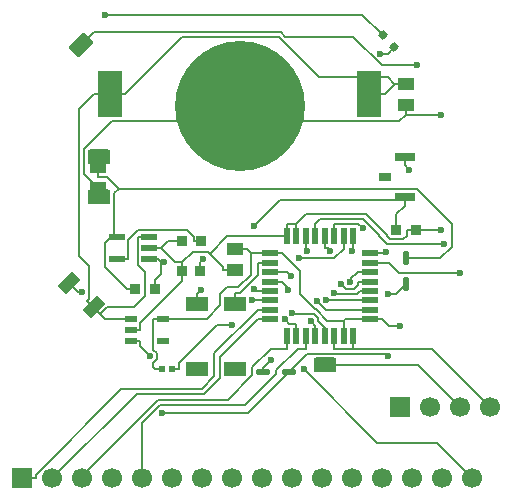
<source format=gbr>
%TF.GenerationSoftware,KiCad,Pcbnew,9.0.1*%
%TF.CreationDate,2025-05-24T12:43:53-07:00*%
%TF.ProjectId,TestWatch,54657374-5761-4746-9368-2e6b69636164,rev?*%
%TF.SameCoordinates,Original*%
%TF.FileFunction,Copper,L1,Top*%
%TF.FilePolarity,Positive*%
%FSLAX46Y46*%
G04 Gerber Fmt 4.6, Leading zero omitted, Abs format (unit mm)*
G04 Created by KiCad (PCBNEW 9.0.1) date 2025-05-24 12:43:53*
%MOMM*%
%LPD*%
G01*
G04 APERTURE LIST*
G04 Aperture macros list*
%AMRoundRect*
0 Rectangle with rounded corners*
0 $1 Rounding radius*
0 $2 $3 $4 $5 $6 $7 $8 $9 X,Y pos of 4 corners*
0 Add a 4 corners polygon primitive as box body*
4,1,4,$2,$3,$4,$5,$6,$7,$8,$9,$2,$3,0*
0 Add four circle primitives for the rounded corners*
1,1,$1+$1,$2,$3*
1,1,$1+$1,$4,$5*
1,1,$1+$1,$6,$7*
1,1,$1+$1,$8,$9*
0 Add four rect primitives between the rounded corners*
20,1,$1+$1,$2,$3,$4,$5,0*
20,1,$1+$1,$4,$5,$6,$7,0*
20,1,$1+$1,$6,$7,$8,$9,0*
20,1,$1+$1,$8,$9,$2,$3,0*%
%AMRotRect*
0 Rectangle, with rotation*
0 The origin of the aperture is its center*
0 $1 length*
0 $2 width*
0 $3 Rotation angle, in degrees counterclockwise*
0 Add horizontal line*
21,1,$1,$2,0,0,$3*%
G04 Aperture macros list end*
%TA.AperFunction,SMDPad,CuDef*%
%ADD10R,0.540000X0.600000*%
%TD*%
%TA.AperFunction,SMDPad,CuDef*%
%ADD11R,1.420000X1.080000*%
%TD*%
%TA.AperFunction,SMDPad,CuDef*%
%ADD12RoundRect,0.062500X0.542500X0.187500X-0.542500X0.187500X-0.542500X-0.187500X0.542500X-0.187500X0*%
%TD*%
%TA.AperFunction,SMDPad,CuDef*%
%ADD13RoundRect,0.150000X0.247487X0.035355X0.035355X0.247487X-0.247487X-0.035355X-0.035355X-0.247487X0*%
%TD*%
%TA.AperFunction,SMDPad,CuDef*%
%ADD14R,0.890000X0.930000*%
%TD*%
%TA.AperFunction,SMDPad,CuDef*%
%ADD15RotRect,0.970000X1.730000X135.000000*%
%TD*%
%TA.AperFunction,SMDPad,CuDef*%
%ADD16R,1.700000X0.800000*%
%TD*%
%TA.AperFunction,SMDPad,CuDef*%
%ADD17R,1.100000X0.800000*%
%TD*%
%TA.AperFunction,SMDPad,CuDef*%
%ADD18R,1.475000X0.600000*%
%TD*%
%TA.AperFunction,SMDPad,CuDef*%
%ADD19R,0.600000X1.475000*%
%TD*%
%TA.AperFunction,SMDPad,CuDef*%
%ADD20RoundRect,0.190500X-0.762000X-0.444500X0.762000X-0.444500X0.762000X0.444500X-0.762000X0.444500X0*%
%TD*%
%TA.AperFunction,SMDPad,CuDef*%
%ADD21R,1.900000X1.300000*%
%TD*%
%TA.AperFunction,SMDPad,CuDef*%
%ADD22R,0.900000X0.970000*%
%TD*%
%TA.AperFunction,SMDPad,CuDef*%
%ADD23RoundRect,0.062500X0.187500X-0.542500X0.187500X0.542500X-0.187500X0.542500X-0.187500X-0.542500X0*%
%TD*%
%TA.AperFunction,ComponentPad*%
%ADD24R,1.700000X1.700000*%
%TD*%
%TA.AperFunction,ComponentPad*%
%ADD25C,1.700000*%
%TD*%
%TA.AperFunction,SMDPad,CuDef*%
%ADD26R,0.977900X0.508000*%
%TD*%
%TA.AperFunction,SMDPad,CuDef*%
%ADD27C,11.000000*%
%TD*%
%TA.AperFunction,SMDPad,CuDef*%
%ADD28R,2.000000X4.000000*%
%TD*%
%TA.AperFunction,SMDPad,CuDef*%
%ADD29R,1.320800X0.558800*%
%TD*%
%TA.AperFunction,SMDPad,CuDef*%
%ADD30RoundRect,0.190500X-0.224506X-0.853124X0.853124X0.224506X0.224506X0.853124X-0.853124X-0.224506X0*%
%TD*%
%TA.AperFunction,ViaPad*%
%ADD31C,0.600000*%
%TD*%
%TA.AperFunction,Conductor*%
%ADD32C,0.200000*%
%TD*%
G04 APERTURE END LIST*
D10*
%TO.P,R6,1*%
%TO.N,Net-(STM1-PG10-NRST)*%
X193199800Y-106793700D03*
%TO.P,R6,2*%
%TO.N,STM_POW*%
X192335800Y-106793700D03*
%TD*%
D11*
%TO.P,C3,1*%
%TO.N,Net-(CHG1-VBAT)*%
X213000000Y-82604999D03*
%TO.P,C3,2*%
%TO.N,GNDREF*%
X213000000Y-84395001D03*
%TD*%
D12*
%TO.P,D2,C*%
%TO.N,Net-(U1-EN)*%
X203105000Y-107000000D03*
%TO.P,D2,A*%
%TO.N,Net-(STM1-PB3)*%
X200895000Y-107000000D03*
%TD*%
D13*
%TO.P,D3,2,A*%
%TO.N,Net-(D3-A)*%
X211994975Y-79494975D03*
%TO.P,D3,1,K*%
%TO.N,Net-(CHG1-STAT)*%
X211005025Y-78505025D03*
%TD*%
D14*
%TO.P,R5,2*%
%TO.N,USB + *%
X190086000Y-100000000D03*
%TO.P,R5,1*%
%TO.N,Net-(CHG1-STAT)*%
X191714000Y-100000000D03*
%TD*%
D15*
%TO.P,R3,2*%
%TO.N,Net-(STM1-PA1)*%
X184453482Y-99453482D03*
%TO.P,R3,1*%
%TO.N,Net-(CHG1-VBAT)*%
X186546518Y-101546518D03*
%TD*%
D14*
%TO.P,R1,1*%
%TO.N,Net-(CHG1-PROG)*%
X195631600Y-95950000D03*
%TO.P,R1,2*%
%TO.N,GNDREF*%
X194003600Y-95950000D03*
%TD*%
D11*
%TO.P,C2,1*%
%TO.N,STM_POW*%
X198500000Y-96604999D03*
%TO.P,C2,2*%
%TO.N,GNDREF*%
X198500000Y-98395001D03*
%TD*%
D16*
%TO.P,BUTT1,1,1*%
%TO.N,Net-(STM1-PA0)*%
X212900000Y-92224001D03*
%TO.P,BUTT1,2,2*%
%TO.N,STM_POW*%
X212900000Y-88823999D03*
D17*
%TO.P,BUTT1,3,3*%
%TO.N,unconnected-(BUTT1-Pad3)*%
X211250000Y-90524000D03*
%TD*%
D18*
%TO.P,STM1,1,VDD_1*%
%TO.N,STM_POW*%
X201462000Y-96962000D03*
%TO.P,STM1,2,PF0-OSC_IN*%
%TO.N,Net-(STM1-PF0-OSC_IN)*%
X201462000Y-97762000D03*
%TO.P,STM1,3,PF1-OSC_OUT*%
%TO.N,Net-(STM1-PF1-OSC_OUT)*%
X201462000Y-98562000D03*
%TO.P,STM1,4,PG10-NRST*%
%TO.N,Net-(STM1-PG10-NRST)*%
X201462000Y-99362000D03*
%TO.P,STM1,5,PA0*%
%TO.N,Net-(STM1-PA0)*%
X201462000Y-100162000D03*
%TO.P,STM1,6,PA1*%
%TO.N,Net-(STM1-PA1)*%
X201462000Y-100962000D03*
%TO.P,STM1,7,PA2*%
%TO.N,A*%
X201462000Y-101762000D03*
%TO.P,STM1,8,PA3*%
%TO.N,B*%
X201462000Y-102562000D03*
D19*
%TO.P,STM1,9,PA4*%
%TO.N,C*%
X202900000Y-104000000D03*
%TO.P,STM1,10,PA5*%
%TO.N,D*%
X203700000Y-104000000D03*
%TO.P,STM1,11,PA6*%
%TO.N,E*%
X204500000Y-104000000D03*
%TO.P,STM1,12,PA7*%
%TO.N,F*%
X205300000Y-104000000D03*
%TO.P,STM1,13,PB0*%
%TO.N,G*%
X206100000Y-104000000D03*
%TO.P,STM1,14,VSSA*%
%TO.N,GNDREF*%
X206900000Y-104000000D03*
%TO.P,STM1,15,VDDA*%
%TO.N,STM_POW*%
X207700000Y-104000000D03*
%TO.P,STM1,16,VSS_1*%
%TO.N,GNDREF*%
X208500000Y-104000000D03*
D18*
%TO.P,STM1,17,VDD_2*%
%TO.N,STM_POW*%
X209938000Y-102562000D03*
%TO.P,STM1,18,PA8*%
%TO.N,H*%
X209938000Y-101762000D03*
%TO.P,STM1,19,PA9*%
%TO.N,I*%
X209938000Y-100962000D03*
%TO.P,STM1,20,PA10*%
%TO.N,J*%
X209938000Y-100162000D03*
%TO.P,STM1,21,PA11*%
%TO.N,K*%
X209938000Y-99362000D03*
%TO.P,STM1,22,PA12*%
%TO.N,L*%
X209938000Y-98562000D03*
%TO.P,STM1,23,PA13*%
%TO.N,Net-(J2-Pin_3)*%
X209938000Y-97762000D03*
%TO.P,STM1,24,PA14*%
%TO.N,Net-(J2-Pin_2)*%
X209938000Y-96962000D03*
D19*
%TO.P,STM1,25,PA15*%
%TO.N,M*%
X208500000Y-95524000D03*
%TO.P,STM1,26,PB3*%
%TO.N,Net-(STM1-PB3)*%
X207700000Y-95524000D03*
%TO.P,STM1,27,PB4*%
%TO.N,Net-(D3-A)*%
X206900000Y-95524000D03*
%TO.P,STM1,28,PB5*%
%TO.N,N*%
X206100000Y-95524000D03*
%TO.P,STM1,29,PB6*%
%TO.N,O*%
X205300000Y-95524000D03*
%TO.P,STM1,30,PB7*%
%TO.N,P*%
X204500000Y-95524000D03*
%TO.P,STM1,31,PB8-BOOT0*%
%TO.N,GNDREF*%
X203700000Y-95524000D03*
%TO.P,STM1,32,VSS_2*%
X202900000Y-95524000D03*
%TD*%
D20*
%TO.P,POGO1,1,USB_+*%
%TO.N,USB + *%
X187000000Y-88824000D03*
%TO.P,POGO1,2,USB_-*%
%TO.N,GNDREF*%
X187000000Y-92224000D03*
%TD*%
D21*
%TO.P,OSC1,1*%
%TO.N,Net-(STM1-PF1-OSC_OUT)*%
X195300000Y-101274000D03*
%TO.P,OSC1,2,NC_2*%
%TO.N,unconnected-(OSC1-NC_2-Pad2)*%
X195300000Y-106774000D03*
%TO.P,OSC1,3,NC_1*%
%TO.N,unconnected-(OSC1-NC_1-Pad3)*%
X198500000Y-106774000D03*
%TO.P,OSC1,4*%
%TO.N,Net-(STM1-PF0-OSC_IN)*%
X198500000Y-101274000D03*
%TD*%
D22*
%TO.P,R4,1*%
%TO.N,Net-(STM1-PA1)*%
X195577600Y-98500000D03*
%TO.P,R4,2*%
%TO.N,GNDREF*%
X194057600Y-98500000D03*
%TD*%
D23*
%TO.P,D1,A*%
%TO.N,USB + *%
X213000000Y-97395000D03*
%TO.P,D1,C*%
%TO.N,Net-(U1-EN)*%
X213000000Y-99605000D03*
%TD*%
D11*
%TO.P,C1,1*%
%TO.N,USB + *%
X186900000Y-89628999D03*
%TO.P,C1,2*%
%TO.N,GNDREF*%
X186900000Y-91419001D03*
%TD*%
D24*
%TO.P,J1,1,Pin_1*%
%TO.N,A*%
X180500000Y-116000000D03*
D25*
%TO.P,J1,2,Pin_2*%
%TO.N,B*%
X183040000Y-116000000D03*
%TO.P,J1,3,Pin_3*%
%TO.N,C*%
X185579999Y-116000000D03*
%TO.P,J1,4,Pin_4*%
%TO.N,D*%
X188120000Y-116000000D03*
%TO.P,J1,5,Pin_5*%
%TO.N,E*%
X190660000Y-116000000D03*
%TO.P,J1,6,Pin_6*%
%TO.N,F*%
X193200000Y-116000000D03*
%TO.P,J1,7,Pin_7*%
%TO.N,G*%
X195740000Y-116000000D03*
%TO.P,J1,8,Pin_8*%
%TO.N,H*%
X198280001Y-116000000D03*
%TO.P,J1,9,Pin_9*%
%TO.N,I*%
X200820000Y-116000000D03*
%TO.P,J1,10,Pin_10*%
%TO.N,J*%
X203360000Y-116000000D03*
%TO.P,J1,11,Pin_11*%
%TO.N,K*%
X205900000Y-116000000D03*
%TO.P,J1,12,Pin_12*%
%TO.N,L*%
X208439999Y-116000000D03*
%TO.P,J1,13,Pin_13*%
%TO.N,M*%
X210980000Y-116000000D03*
%TO.P,J1,14,Pin_14*%
%TO.N,N*%
X213520000Y-116000000D03*
%TO.P,J1,15,Pin_15*%
%TO.N,O*%
X216060000Y-116000000D03*
%TO.P,J1,16,Pin_16*%
%TO.N,P*%
X218599999Y-116000000D03*
%TD*%
D26*
%TO.P,U1,1,IN*%
%TO.N,Net-(CHG1-VBAT)*%
X189669550Y-102499999D03*
%TO.P,U1,2,GND*%
%TO.N,GNDREF*%
X189669550Y-103450000D03*
%TO.P,U1,3,EN*%
%TO.N,Net-(U1-EN)*%
X189669550Y-104400001D03*
%TO.P,U1,4,NC*%
%TO.N,unconnected-(U1-NC-Pad4)*%
X192400050Y-104400001D03*
%TO.P,U1,5,OUT*%
%TO.N,STM_POW*%
X192400050Y-102499999D03*
%TD*%
D14*
%TO.P,R2,1*%
%TO.N,Net-(STM1-PA0)*%
X212186000Y-95000000D03*
%TO.P,R2,2*%
%TO.N,GNDREF*%
X213814000Y-95000000D03*
%TD*%
D27*
%TO.P,BT1,N*%
%TO.N,GNDREF*%
X198900000Y-84500000D03*
D28*
%TO.P,BT1,P*%
%TO.N,Net-(CHG1-VBAT)*%
X187900000Y-83500000D03*
X209900000Y-83500000D03*
%TD*%
D24*
%TO.P,J2,1,Pin_1*%
%TO.N,STM_POW*%
X212500000Y-110000000D03*
D25*
%TO.P,J2,2,Pin_2*%
%TO.N,Net-(J2-Pin_2)*%
X215040000Y-110000000D03*
%TO.P,J2,3,Pin_3*%
%TO.N,Net-(J2-Pin_3)*%
X217579999Y-110000000D03*
%TO.P,J2,4,Pin_4*%
%TO.N,GNDREF*%
X220120000Y-110000000D03*
%TD*%
D29*
%TO.P,CHG1,1,STAT*%
%TO.N,Net-(CHG1-STAT)*%
X191271600Y-97486500D03*
%TO.P,CHG1,2,VSS*%
%TO.N,GNDREF*%
X191271600Y-96546700D03*
%TO.P,CHG1,3,VBAT*%
%TO.N,Net-(CHG1-VBAT)*%
X191271600Y-95606900D03*
%TO.P,CHG1,4,VDD*%
%TO.N,USB + *%
X188528400Y-95606900D03*
%TO.P,CHG1,5,PROG*%
%TO.N,Net-(CHG1-PROG)*%
X188528400Y-97486500D03*
%TD*%
D30*
%TO.P,P14,1,1*%
%TO.N,Net-(J2-Pin_2)*%
X185499953Y-79366440D03*
%TD*%
D20*
%TO.P,P13,1,1*%
%TO.N,Net-(J2-Pin_3)*%
X206148800Y-106442500D03*
%TD*%
D31*
%TO.N,Net-(STM1-PG10-NRST)*%
X203013500Y-100064200D03*
X198280600Y-103033400D03*
%TO.N,Net-(D3-A)*%
X209311300Y-94858400D03*
X210798500Y-80057000D03*
%TO.N,GNDREF*%
X215914600Y-95000000D03*
X215914600Y-85236700D03*
%TO.N,Net-(J2-Pin_3)*%
X217580000Y-98641500D03*
%TO.N,Net-(J2-Pin_2)*%
X211333100Y-96820600D03*
X213880300Y-81048200D03*
%TO.N,Net-(STM1-PA1)*%
X195765800Y-97489200D03*
X199986200Y-100962000D03*
X185551100Y-100235500D03*
%TO.N,Net-(STM1-PB3)*%
X203964800Y-97397400D03*
X201577000Y-106012600D03*
%TO.N,Net-(STM1-PF1-OSC_OUT)*%
X195622500Y-100115000D03*
X203280600Y-98925100D03*
%TO.N,Net-(CHG1-STAT)*%
X192500100Y-97727000D03*
X187493500Y-76781500D03*
%TO.N,STM_POW*%
X212500000Y-103152000D03*
X213271000Y-89896700D03*
%TO.N,Net-(STM1-PA0)*%
X200101400Y-99998700D03*
X200101400Y-94685000D03*
%TO.N,P*%
X204324200Y-106789000D03*
X204577300Y-96786300D03*
%TO.N,I*%
X206256700Y-100962000D03*
%TO.N,K*%
X207449400Y-99581800D03*
%TO.N,M*%
X208453900Y-96803700D03*
%TO.N,G*%
X203334500Y-102028500D03*
%TO.N,J*%
X206858500Y-100339500D03*
%TO.N,L*%
X208279400Y-99372600D03*
%TO.N,H*%
X205440400Y-101002200D03*
%TO.N,D*%
X202727000Y-102571100D03*
%TO.N,O*%
X216218500Y-96218700D03*
%TO.N,N*%
X206589400Y-96784400D03*
%TO.N,F*%
X204925900Y-102739800D03*
%TO.N,Net-(U1-EN)*%
X191313800Y-105687000D03*
X192351300Y-110528000D03*
X211434500Y-105665800D03*
X211434500Y-100451600D03*
%TD*%
D32*
%TO.N,Net-(STM1-PG10-NRST)*%
X193199800Y-106793700D02*
X193771500Y-106793700D01*
X196960100Y-103033400D02*
X198280600Y-103033400D01*
X193771500Y-106222000D02*
X196960100Y-103033400D01*
X193771500Y-106793700D02*
X193771500Y-106222000D01*
X201462000Y-99362000D02*
X202501200Y-99362000D01*
X203013500Y-99874300D02*
X203013500Y-100064200D01*
X202501200Y-99362000D02*
X203013500Y-99874300D01*
%TO.N,Net-(D3-A)*%
X211433000Y-80057000D02*
X211995000Y-79495000D01*
X210798500Y-80057000D02*
X211433000Y-80057000D01*
X208937700Y-94484800D02*
X209311300Y-94858400D01*
X206900000Y-94484800D02*
X208937700Y-94484800D01*
X206900000Y-95524000D02*
X206900000Y-94484800D01*
%TO.N,GNDREF*%
X192830400Y-95950000D02*
X194003600Y-95950000D01*
X192233700Y-96546700D02*
X192830400Y-95950000D01*
X191271600Y-96546700D02*
X192233700Y-96546700D01*
X213000000Y-84395000D02*
X213000000Y-85236700D01*
X193400300Y-97713300D02*
X192233700Y-96546700D01*
X194057600Y-97713300D02*
X193400300Y-97713300D01*
X206900000Y-104000000D02*
X206900000Y-105039200D01*
X208500000Y-104000000D02*
X208500000Y-105039200D01*
X202900000Y-95524000D02*
X202900000Y-94484800D01*
X203700000Y-95524000D02*
X203700000Y-94484800D01*
X194057600Y-97814100D02*
X194057600Y-97714800D01*
X194057600Y-98157000D02*
X194057600Y-97814100D01*
X194057600Y-98157000D02*
X194057600Y-98500000D01*
X189669600Y-103450000D02*
X190460300Y-103450000D01*
X202900000Y-94484800D02*
X203700000Y-94484800D01*
X194057600Y-97714800D02*
X194057600Y-97713300D01*
X185708300Y-90227300D02*
X186900000Y-91419000D01*
X185708300Y-88159300D02*
X185708300Y-90227300D01*
X188063300Y-85804300D02*
X185708300Y-88159300D01*
X204362400Y-85804300D02*
X188063300Y-85804300D01*
X200204300Y-85804300D02*
X204362400Y-85804300D01*
X198900000Y-84500000D02*
X200204300Y-85804300D01*
X212432400Y-85804300D02*
X213000000Y-85236700D01*
X204362400Y-85804300D02*
X212432400Y-85804300D01*
X186900000Y-92124000D02*
X187000000Y-92224000D01*
X186900000Y-91419000D02*
X186900000Y-92124000D01*
X206900000Y-105039200D02*
X208500000Y-105039200D01*
X215159200Y-105039200D02*
X220120000Y-110000000D01*
X208500000Y-105039200D02*
X215159200Y-105039200D01*
X198500000Y-98395000D02*
X197488300Y-98395000D01*
X213457000Y-95000000D02*
X213067300Y-95000000D01*
X213457000Y-95000000D02*
X213814000Y-95000000D01*
X213814000Y-95000000D02*
X215914600Y-95000000D01*
X197852400Y-95524000D02*
X196366600Y-97009800D01*
X202900000Y-95524000D02*
X197852400Y-95524000D01*
X197488300Y-98131600D02*
X196366600Y-97009800D01*
X197488300Y-98395000D02*
X197488300Y-98131600D01*
X194916900Y-96854000D02*
X194057600Y-97713300D01*
X196210700Y-96854000D02*
X194916900Y-96854000D01*
X196366600Y-97009800D02*
X196210700Y-96854000D01*
X190460300Y-102892400D02*
X190460300Y-103450000D01*
X194057600Y-99295100D02*
X190460300Y-102892400D01*
X194057600Y-98500000D02*
X194057600Y-99295100D01*
X213067300Y-95466700D02*
X213067300Y-95000000D01*
X212736200Y-95797800D02*
X213067300Y-95466700D01*
X211632300Y-95797800D02*
X212736200Y-95797800D01*
X211349700Y-95515200D02*
X211632300Y-95797800D01*
X211349700Y-95429900D02*
X211349700Y-95515200D01*
X209596700Y-93676900D02*
X211349700Y-95429900D01*
X204507900Y-93676900D02*
X209596700Y-93676900D01*
X203700000Y-94484800D02*
X204507900Y-93676900D01*
X213000000Y-85236700D02*
X215914600Y-85236700D01*
%TO.N,Net-(J2-Pin_3)*%
X214022500Y-106442500D02*
X217580000Y-110000000D01*
X206148800Y-106442500D02*
X214022500Y-106442500D01*
X212412000Y-98641500D02*
X217580000Y-98641500D01*
X211532500Y-97762000D02*
X212412000Y-98641500D01*
X209938000Y-97762000D02*
X211532500Y-97762000D01*
%TO.N,Net-(J2-Pin_2)*%
X209938000Y-96962000D02*
X210977200Y-96962000D01*
X211118600Y-96820600D02*
X211333100Y-96820600D01*
X210977200Y-96962000D02*
X211118600Y-96820600D01*
X210931300Y-81048200D02*
X213880300Y-81048200D01*
X208502300Y-78619200D02*
X210931300Y-81048200D01*
X202765800Y-78619200D02*
X208502300Y-78619200D01*
X202765800Y-78619100D02*
X202765800Y-78619200D01*
X202400600Y-78253900D02*
X202765800Y-78619100D01*
X186612500Y-78253900D02*
X202400600Y-78253900D01*
X185500000Y-79366400D02*
X186612500Y-78253900D01*
%TO.N,Net-(STM1-PA1)*%
X201462000Y-100962000D02*
X199986200Y-100962000D01*
X195765800Y-97525100D02*
X195765800Y-97489200D01*
X195577600Y-97713300D02*
X195765800Y-97525100D01*
X195577600Y-98500000D02*
X195577600Y-97713300D01*
X185235500Y-100235500D02*
X184453500Y-99453500D01*
X185551100Y-100235500D02*
X185235500Y-100235500D01*
%TO.N,Net-(STM1-PB3)*%
X200895000Y-106694600D02*
X200895000Y-107000000D01*
X201577000Y-106012600D02*
X200895000Y-106694600D01*
X206896000Y-97397400D02*
X203964800Y-97397400D01*
X207700000Y-96593400D02*
X206896000Y-97397400D01*
X207700000Y-95524000D02*
X207700000Y-96593400D01*
%TO.N,Net-(STM1-PF1-OSC_OUT)*%
X201462000Y-98562000D02*
X202501200Y-98562000D01*
X195415200Y-100322300D02*
X195622500Y-100115000D01*
X195300000Y-100322300D02*
X195415200Y-100322300D01*
X195300000Y-101274000D02*
X195300000Y-100322300D01*
X202917500Y-98562000D02*
X203280600Y-98925100D01*
X202501200Y-98562000D02*
X202917500Y-98562000D01*
%TO.N,Net-(CHG1-STAT)*%
X191714000Y-100000000D02*
X191714000Y-99233300D01*
X191752700Y-97486500D02*
X191271600Y-97486500D01*
X191752700Y-97486500D02*
X191993200Y-97486500D01*
X192233700Y-98713600D02*
X191714000Y-99233300D01*
X192233700Y-97727000D02*
X192233700Y-98713600D01*
X191993200Y-97486500D02*
X192233700Y-97727000D01*
X209281500Y-76781500D02*
X211005000Y-78505000D01*
X187493500Y-76781500D02*
X209281500Y-76781500D01*
X192233700Y-97727000D02*
X192500100Y-97727000D01*
%TO.N,Net-(STM1-PF0-OSC_IN)*%
X200422800Y-98807900D02*
X200422800Y-97762000D01*
X198908400Y-100322300D02*
X200422800Y-98807900D01*
X198500000Y-100322300D02*
X198908400Y-100322300D01*
X198500000Y-101274000D02*
X198500000Y-100322300D01*
X201462000Y-97762000D02*
X200422800Y-97762000D01*
%TO.N,STM_POW*%
X207700000Y-104000000D02*
X207700000Y-102960800D01*
X207700000Y-102669700D02*
X207700000Y-102960800D01*
X207807700Y-102562000D02*
X207700000Y-102669700D01*
X209938000Y-102562000D02*
X207807700Y-102562000D01*
X201981000Y-96962000D02*
X202501200Y-96962000D01*
X201981000Y-96962000D02*
X201462000Y-96962000D01*
X192335800Y-106793700D02*
X191764100Y-106793700D01*
X192400100Y-102500000D02*
X191609500Y-102500000D01*
X209938000Y-102562000D02*
X210977200Y-102562000D01*
X212900000Y-88824000D02*
X212900000Y-89525700D01*
X213271000Y-89896700D02*
X212900000Y-89525700D01*
X198905000Y-96605000D02*
X199511700Y-96605000D01*
X198905000Y-96605000D02*
X198500000Y-96605000D01*
X191609500Y-105131800D02*
X191609500Y-102500000D01*
X191915500Y-105437800D02*
X191609500Y-105131800D01*
X191915500Y-105936200D02*
X191915500Y-105437800D01*
X191609500Y-106242200D02*
X191915500Y-105936200D01*
X191609500Y-106639100D02*
X191609500Y-106242200D01*
X191764100Y-106793700D02*
X191609500Y-106639100D01*
X211567200Y-103152000D02*
X212500000Y-103152000D01*
X210977200Y-102562000D02*
X211567200Y-103152000D01*
X201462000Y-96962000D02*
X199868700Y-96962000D01*
X199868700Y-96962000D02*
X199511700Y-96605000D01*
X196125100Y-102500000D02*
X192400100Y-102500000D01*
X197243200Y-101381900D02*
X196125100Y-102500000D01*
X197243200Y-100420900D02*
X197243200Y-101381900D01*
X197819700Y-99844400D02*
X197243200Y-100420900D01*
X198807400Y-99844400D02*
X197819700Y-99844400D01*
X199868700Y-98783100D02*
X198807400Y-99844400D01*
X199868700Y-96962000D02*
X199868700Y-98783100D01*
X203981900Y-98442700D02*
X202501200Y-96962000D01*
X203981900Y-100394500D02*
X203981900Y-98442700D01*
X205292200Y-101704800D02*
X203981900Y-100394500D01*
X205341400Y-101704800D02*
X205292200Y-101704800D01*
X206306300Y-102669700D02*
X205341400Y-101704800D01*
X207700000Y-102669700D02*
X206306300Y-102669700D01*
%TO.N,USB + *%
X186900000Y-89629000D02*
X186900000Y-90470700D01*
X186900000Y-88924000D02*
X186900000Y-89629000D01*
X187000000Y-88824000D02*
X186900000Y-88924000D01*
X187511700Y-98172400D02*
X189339300Y-100000000D01*
X187511700Y-96142600D02*
X187511700Y-98172400D01*
X188047400Y-95606900D02*
X187511700Y-96142600D01*
X190086000Y-100000000D02*
X189339300Y-100000000D01*
X188528400Y-95606900D02*
X188287900Y-95606900D01*
X188287900Y-95606900D02*
X188047400Y-95606900D01*
X188287900Y-91850900D02*
X188652300Y-91486500D01*
X188287900Y-95606900D02*
X188287900Y-91850900D01*
X213889500Y-91486500D02*
X188652300Y-91486500D01*
X216873200Y-94470200D02*
X213889500Y-91486500D01*
X216873200Y-96416500D02*
X216873200Y-94470200D01*
X215894700Y-97395000D02*
X216873200Y-96416500D01*
X213000000Y-97395000D02*
X215894700Y-97395000D01*
X187636500Y-90470700D02*
X186900000Y-90470700D01*
X188652300Y-91486500D02*
X187636500Y-90470700D01*
%TO.N,Net-(STM1-PA0)*%
X212186000Y-95000000D02*
X212186000Y-94233300D01*
X212186000Y-93639700D02*
X212900000Y-92925700D01*
X212186000Y-94233300D02*
X212186000Y-93639700D01*
X212900000Y-92224000D02*
X212900000Y-92440100D01*
X212900000Y-92440100D02*
X212900000Y-92925700D01*
X202346300Y-92440100D02*
X200101400Y-94685000D01*
X212900000Y-92440100D02*
X202346300Y-92440100D01*
X200264700Y-100162000D02*
X200101400Y-99998700D01*
X201462000Y-100162000D02*
X200264700Y-100162000D01*
%TO.N,Net-(CHG1-PROG)*%
X188528400Y-97486500D02*
X189490500Y-97486500D01*
X195631600Y-95950000D02*
X195051200Y-95950000D01*
X195051200Y-95614600D02*
X195051200Y-95950000D01*
X194440700Y-95004100D02*
X195051200Y-95614600D01*
X190319000Y-95004100D02*
X194440700Y-95004100D01*
X189490500Y-95832600D02*
X190319000Y-95004100D01*
X189490500Y-97486500D02*
X189490500Y-95832600D01*
%TO.N,P*%
X204500000Y-96709000D02*
X204577300Y-96786300D01*
X204500000Y-95524000D02*
X204500000Y-96709000D01*
X210557200Y-113022000D02*
X204324200Y-106789000D01*
X215622000Y-113022000D02*
X210557200Y-113022000D01*
X218600000Y-116000000D02*
X215622000Y-113022000D01*
%TO.N,I*%
X206256700Y-100962000D02*
X209938000Y-100962000D01*
%TO.N,K*%
X208898800Y-99660900D02*
X208898800Y-99362000D01*
X208557500Y-100002200D02*
X208898800Y-99660900D01*
X207869800Y-100002200D02*
X208557500Y-100002200D01*
X207449400Y-99581800D02*
X207869800Y-100002200D01*
X209938000Y-99362000D02*
X208898800Y-99362000D01*
%TO.N,M*%
X208500000Y-96757600D02*
X208453900Y-96803700D01*
X208500000Y-95524000D02*
X208500000Y-96757600D01*
%TO.N,G*%
X203412500Y-102106500D02*
X203334500Y-102028500D01*
X205175100Y-102106500D02*
X203412500Y-102106500D01*
X205527600Y-102459000D02*
X205175100Y-102106500D01*
X205527600Y-102694900D02*
X205527600Y-102459000D01*
X206100000Y-103267300D02*
X205527600Y-102694900D01*
X206100000Y-104000000D02*
X206100000Y-103267300D01*
%TO.N,C*%
X202900000Y-104000000D02*
X202900000Y-105039200D01*
X185580000Y-115787000D02*
X185580000Y-116000000D01*
X191955300Y-109411700D02*
X185580000Y-115787000D01*
X197891900Y-109411700D02*
X191955300Y-109411700D01*
X199987800Y-107315800D02*
X197891900Y-109411700D01*
X199987800Y-106615100D02*
X199987800Y-107315800D01*
X201563700Y-105039200D02*
X199987800Y-106615100D01*
X202900000Y-105039200D02*
X201563700Y-105039200D01*
%TO.N,J*%
X206932100Y-100413100D02*
X206858500Y-100339500D01*
X208814800Y-100413100D02*
X206932100Y-100413100D01*
X209065900Y-100162000D02*
X208814800Y-100413100D01*
X209938000Y-100162000D02*
X209065900Y-100162000D01*
%TO.N,L*%
X209938000Y-98562000D02*
X208898800Y-98562000D01*
X208279400Y-99181400D02*
X208279400Y-99372600D01*
X208898800Y-98562000D02*
X208279400Y-99181400D01*
%TO.N,H*%
X206200200Y-101762000D02*
X209938000Y-101762000D01*
X205440400Y-101002200D02*
X206200200Y-101762000D01*
%TO.N,E*%
X190660000Y-111344100D02*
X190660000Y-116000000D01*
X192190700Y-109813400D02*
X190660000Y-111344100D01*
X199368500Y-109813400D02*
X192190700Y-109813400D01*
X201965100Y-107216800D02*
X199368500Y-109813400D01*
X201965100Y-106883300D02*
X201965100Y-107216800D01*
X203809200Y-105039200D02*
X201965100Y-106883300D01*
X204500000Y-105039200D02*
X203809200Y-105039200D01*
X204500000Y-104000000D02*
X204500000Y-105039200D01*
%TO.N,D*%
X203700000Y-104000000D02*
X203700000Y-102960800D01*
X203116700Y-102960800D02*
X202727000Y-102571100D01*
X203700000Y-102960800D02*
X203116700Y-102960800D01*
%TO.N,O*%
X205300000Y-95524000D02*
X205300000Y-94484800D01*
X205701700Y-94083100D02*
X205300000Y-94484800D01*
X209386900Y-94083100D02*
X205701700Y-94083100D01*
X210734800Y-95431000D02*
X209386900Y-94083100D01*
X210734800Y-95534500D02*
X210734800Y-95431000D01*
X211419000Y-96218700D02*
X210734800Y-95534500D01*
X216218500Y-96218700D02*
X211419000Y-96218700D01*
%TO.N,N*%
X206100000Y-95524000D02*
X206100000Y-96563200D01*
X206368200Y-96563200D02*
X206589400Y-96784400D01*
X206100000Y-96563200D02*
X206368200Y-96563200D01*
%TO.N,A*%
X180500000Y-116000000D02*
X181651700Y-116000000D01*
X201462000Y-101762000D02*
X200422800Y-101762000D01*
X196745000Y-105439800D02*
X200422800Y-101762000D01*
X196745000Y-107403200D02*
X196745000Y-105439800D01*
X195685800Y-108462400D02*
X196745000Y-107403200D01*
X188901400Y-108462400D02*
X195685800Y-108462400D01*
X181651700Y-115712100D02*
X188901400Y-108462400D01*
X181651700Y-116000000D02*
X181651700Y-115712100D01*
%TO.N,B*%
X190175900Y-108864100D02*
X183040000Y-116000000D01*
X195900700Y-108864100D02*
X190175900Y-108864100D01*
X197205100Y-107559700D02*
X195900700Y-108864100D01*
X197205100Y-105779700D02*
X197205100Y-107559700D01*
X200422800Y-102562000D02*
X197205100Y-105779700D01*
X201462000Y-102562000D02*
X200422800Y-102562000D01*
%TO.N,F*%
X205300000Y-103113900D02*
X204925900Y-102739800D01*
X205300000Y-104000000D02*
X205300000Y-103113900D01*
%TO.N,Net-(U1-EN)*%
X190460300Y-104833500D02*
X191313800Y-105687000D01*
X190460300Y-104400000D02*
X190460300Y-104833500D01*
X189669600Y-104400000D02*
X190460300Y-104400000D01*
X199577000Y-110528000D02*
X203105000Y-107000000D01*
X192351300Y-110528000D02*
X199577000Y-110528000D01*
X211266100Y-105497400D02*
X211434500Y-105665800D01*
X204607600Y-105497400D02*
X211266100Y-105497400D01*
X203105000Y-107000000D02*
X204607600Y-105497400D01*
X212153400Y-100451600D02*
X211434500Y-100451600D01*
X213000000Y-99605000D02*
X212153400Y-100451600D01*
%TO.N,Net-(CHG1-VBAT)*%
X211988300Y-82713400D02*
X211201700Y-83500000D01*
X211988300Y-82605000D02*
X211988300Y-82713400D01*
X209900000Y-83500000D02*
X211201700Y-83500000D01*
X213000000Y-82605000D02*
X212089200Y-82605000D01*
X212089200Y-82605000D02*
X211989800Y-82605000D01*
X211989800Y-82605000D02*
X211988300Y-82605000D01*
X187500000Y-102500000D02*
X187102800Y-102102800D01*
X189669600Y-102500000D02*
X187500000Y-102500000D01*
X191271600Y-95606900D02*
X190309500Y-95606900D01*
X190309500Y-97938800D02*
X190309500Y-95606900D01*
X190900000Y-98529300D02*
X190309500Y-97938800D01*
X190900000Y-100596200D02*
X190900000Y-98529300D01*
X189949700Y-101546500D02*
X190900000Y-100596200D01*
X187659100Y-101546500D02*
X189949700Y-101546500D01*
X187102800Y-102102800D02*
X187659100Y-101546500D01*
X211468000Y-82083200D02*
X211989800Y-82605000D01*
X205661800Y-82083200D02*
X211468000Y-82083200D01*
X202245000Y-78666400D02*
X205661800Y-82083200D01*
X194035300Y-78666400D02*
X202245000Y-78666400D01*
X189201700Y-83500000D02*
X194035300Y-78666400D01*
X186546500Y-101546500D02*
X187102800Y-102102800D01*
X188550900Y-83500000D02*
X189201700Y-83500000D01*
X188550900Y-83500000D02*
X187900000Y-83500000D01*
X187900000Y-83500000D02*
X186598300Y-83500000D01*
X186546500Y-101546500D02*
X185990200Y-100990200D01*
X185306600Y-84791700D02*
X186598300Y-83500000D01*
X185306600Y-97231000D02*
X185306600Y-84791700D01*
X186152800Y-98077200D02*
X185306600Y-97231000D01*
X186152800Y-100827600D02*
X186152800Y-98077200D01*
X185990200Y-100990200D02*
X186152800Y-100827600D01*
%TD*%
M02*

</source>
